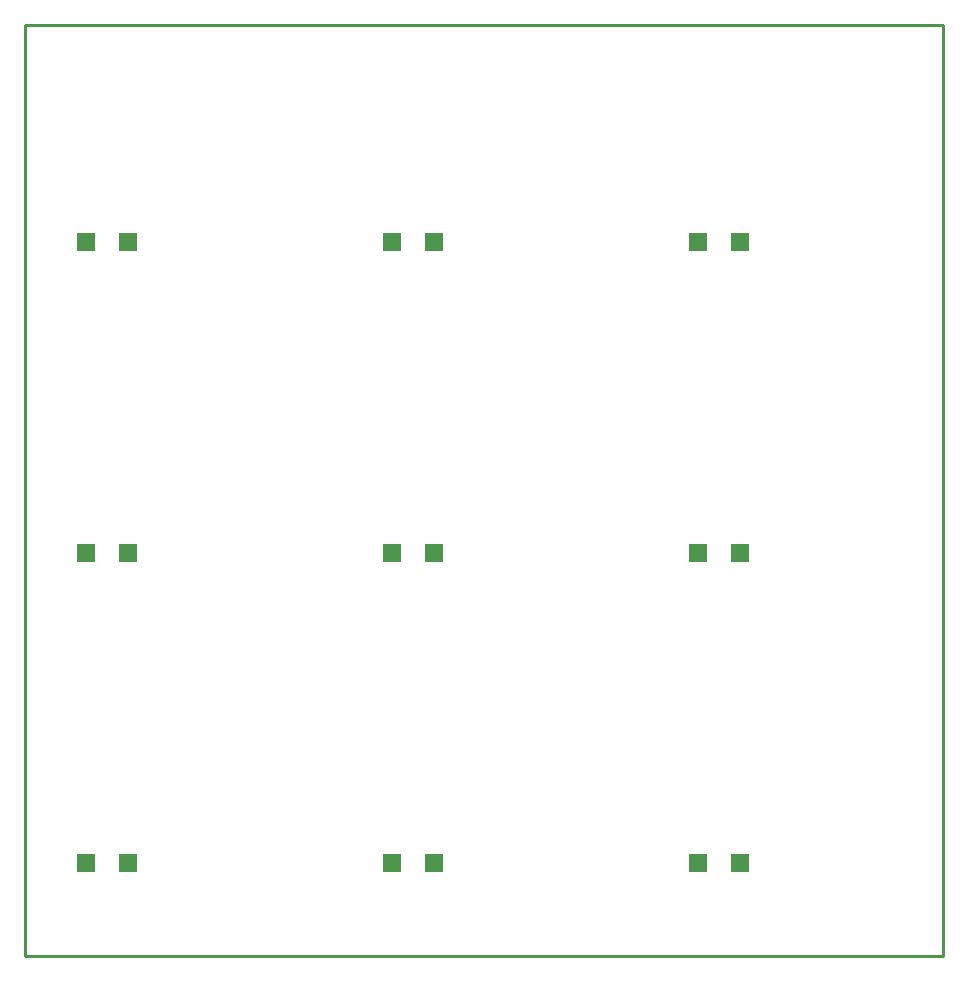
<source format=gtp>
G75*
%MOIN*%
%OFA0B0*%
%FSLAX25Y25*%
%IPPOS*%
%LPD*%
%AMOC8*
5,1,8,0,0,1.08239X$1,22.5*
%
%ADD10C,0.01000*%
%ADD11R,0.05906X0.05906*%
D10*
X0021185Y0021185D02*
X0021185Y0331685D01*
X0327185Y0331685D01*
X0327185Y0021185D01*
X0021185Y0021185D01*
D11*
X0041795Y0052185D03*
X0055575Y0052185D03*
X0143795Y0052185D03*
X0157575Y0052185D03*
X0245795Y0052185D03*
X0259575Y0052185D03*
X0259575Y0155685D03*
X0245795Y0155685D03*
X0157575Y0155685D03*
X0143795Y0155685D03*
X0055575Y0155685D03*
X0041795Y0155685D03*
X0041795Y0259185D03*
X0055575Y0259185D03*
X0143795Y0259185D03*
X0157575Y0259185D03*
X0245795Y0259185D03*
X0259575Y0259185D03*
M02*

</source>
